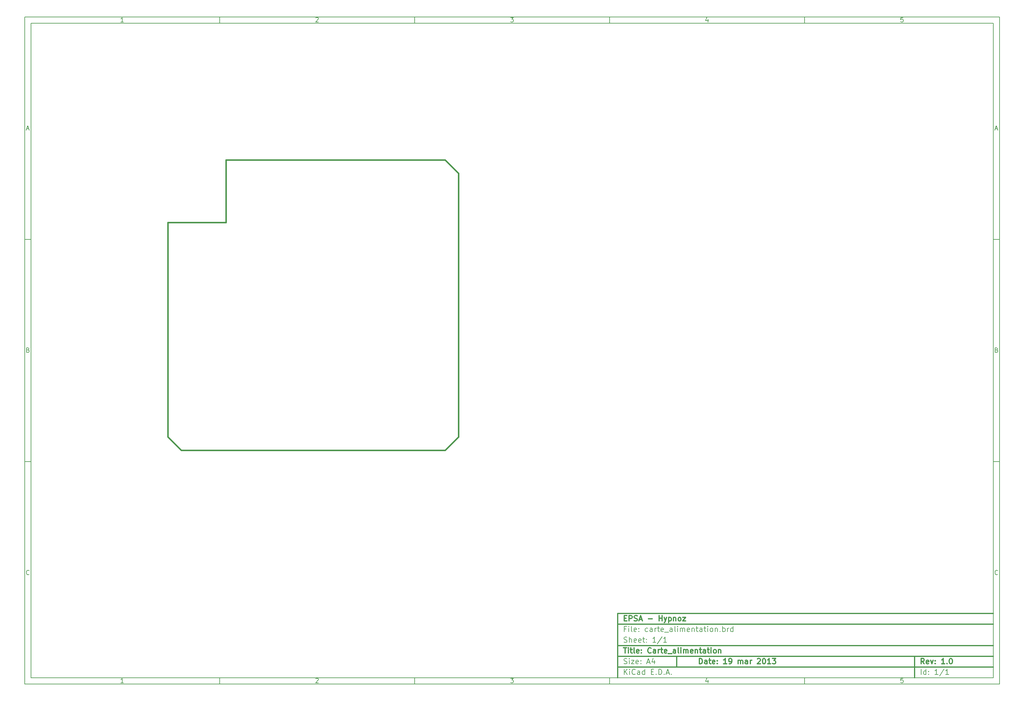
<source format=gbr>
G04 (created by PCBNEW-RS274X (2012-01-19 BZR 3256)-stable) date 19/03/2013 14:49:39*
G01*
G70*
G90*
%MOIN*%
G04 Gerber Fmt 3.4, Leading zero omitted, Abs format*
%FSLAX34Y34*%
G04 APERTURE LIST*
%ADD10C,0.006000*%
%ADD11C,0.012000*%
%ADD12C,0.015000*%
G04 APERTURE END LIST*
G54D10*
X04000Y-04000D02*
X113000Y-04000D01*
X113000Y-78670D01*
X04000Y-78670D01*
X04000Y-04000D01*
X04700Y-04700D02*
X112300Y-04700D01*
X112300Y-77970D01*
X04700Y-77970D01*
X04700Y-04700D01*
X25800Y-04000D02*
X25800Y-04700D01*
X15043Y-04552D02*
X14757Y-04552D01*
X14900Y-04552D02*
X14900Y-04052D01*
X14852Y-04124D01*
X14805Y-04171D01*
X14757Y-04195D01*
X25800Y-78670D02*
X25800Y-77970D01*
X15043Y-78522D02*
X14757Y-78522D01*
X14900Y-78522D02*
X14900Y-78022D01*
X14852Y-78094D01*
X14805Y-78141D01*
X14757Y-78165D01*
X47600Y-04000D02*
X47600Y-04700D01*
X36557Y-04100D02*
X36581Y-04076D01*
X36629Y-04052D01*
X36748Y-04052D01*
X36795Y-04076D01*
X36819Y-04100D01*
X36843Y-04148D01*
X36843Y-04195D01*
X36819Y-04267D01*
X36533Y-04552D01*
X36843Y-04552D01*
X47600Y-78670D02*
X47600Y-77970D01*
X36557Y-78070D02*
X36581Y-78046D01*
X36629Y-78022D01*
X36748Y-78022D01*
X36795Y-78046D01*
X36819Y-78070D01*
X36843Y-78118D01*
X36843Y-78165D01*
X36819Y-78237D01*
X36533Y-78522D01*
X36843Y-78522D01*
X69400Y-04000D02*
X69400Y-04700D01*
X58333Y-04052D02*
X58643Y-04052D01*
X58476Y-04243D01*
X58548Y-04243D01*
X58595Y-04267D01*
X58619Y-04290D01*
X58643Y-04338D01*
X58643Y-04457D01*
X58619Y-04505D01*
X58595Y-04529D01*
X58548Y-04552D01*
X58405Y-04552D01*
X58357Y-04529D01*
X58333Y-04505D01*
X69400Y-78670D02*
X69400Y-77970D01*
X58333Y-78022D02*
X58643Y-78022D01*
X58476Y-78213D01*
X58548Y-78213D01*
X58595Y-78237D01*
X58619Y-78260D01*
X58643Y-78308D01*
X58643Y-78427D01*
X58619Y-78475D01*
X58595Y-78499D01*
X58548Y-78522D01*
X58405Y-78522D01*
X58357Y-78499D01*
X58333Y-78475D01*
X91200Y-04000D02*
X91200Y-04700D01*
X80395Y-04219D02*
X80395Y-04552D01*
X80276Y-04029D02*
X80157Y-04386D01*
X80467Y-04386D01*
X91200Y-78670D02*
X91200Y-77970D01*
X80395Y-78189D02*
X80395Y-78522D01*
X80276Y-77999D02*
X80157Y-78356D01*
X80467Y-78356D01*
X102219Y-04052D02*
X101981Y-04052D01*
X101957Y-04290D01*
X101981Y-04267D01*
X102029Y-04243D01*
X102148Y-04243D01*
X102195Y-04267D01*
X102219Y-04290D01*
X102243Y-04338D01*
X102243Y-04457D01*
X102219Y-04505D01*
X102195Y-04529D01*
X102148Y-04552D01*
X102029Y-04552D01*
X101981Y-04529D01*
X101957Y-04505D01*
X102219Y-78022D02*
X101981Y-78022D01*
X101957Y-78260D01*
X101981Y-78237D01*
X102029Y-78213D01*
X102148Y-78213D01*
X102195Y-78237D01*
X102219Y-78260D01*
X102243Y-78308D01*
X102243Y-78427D01*
X102219Y-78475D01*
X102195Y-78499D01*
X102148Y-78522D01*
X102029Y-78522D01*
X101981Y-78499D01*
X101957Y-78475D01*
X04000Y-28890D02*
X04700Y-28890D01*
X04231Y-16510D02*
X04469Y-16510D01*
X04184Y-16652D02*
X04350Y-16152D01*
X04517Y-16652D01*
X113000Y-28890D02*
X112300Y-28890D01*
X112531Y-16510D02*
X112769Y-16510D01*
X112484Y-16652D02*
X112650Y-16152D01*
X112817Y-16652D01*
X04000Y-53780D02*
X04700Y-53780D01*
X04386Y-41280D02*
X04457Y-41304D01*
X04481Y-41328D01*
X04505Y-41376D01*
X04505Y-41447D01*
X04481Y-41495D01*
X04457Y-41519D01*
X04410Y-41542D01*
X04219Y-41542D01*
X04219Y-41042D01*
X04386Y-41042D01*
X04433Y-41066D01*
X04457Y-41090D01*
X04481Y-41138D01*
X04481Y-41185D01*
X04457Y-41233D01*
X04433Y-41257D01*
X04386Y-41280D01*
X04219Y-41280D01*
X113000Y-53780D02*
X112300Y-53780D01*
X112686Y-41280D02*
X112757Y-41304D01*
X112781Y-41328D01*
X112805Y-41376D01*
X112805Y-41447D01*
X112781Y-41495D01*
X112757Y-41519D01*
X112710Y-41542D01*
X112519Y-41542D01*
X112519Y-41042D01*
X112686Y-41042D01*
X112733Y-41066D01*
X112757Y-41090D01*
X112781Y-41138D01*
X112781Y-41185D01*
X112757Y-41233D01*
X112733Y-41257D01*
X112686Y-41280D01*
X112519Y-41280D01*
X04505Y-66385D02*
X04481Y-66409D01*
X04410Y-66432D01*
X04362Y-66432D01*
X04290Y-66409D01*
X04243Y-66361D01*
X04219Y-66313D01*
X04195Y-66218D01*
X04195Y-66147D01*
X04219Y-66051D01*
X04243Y-66004D01*
X04290Y-65956D01*
X04362Y-65932D01*
X04410Y-65932D01*
X04481Y-65956D01*
X04505Y-65980D01*
X112805Y-66385D02*
X112781Y-66409D01*
X112710Y-66432D01*
X112662Y-66432D01*
X112590Y-66409D01*
X112543Y-66361D01*
X112519Y-66313D01*
X112495Y-66218D01*
X112495Y-66147D01*
X112519Y-66051D01*
X112543Y-66004D01*
X112590Y-65956D01*
X112662Y-65932D01*
X112710Y-65932D01*
X112781Y-65956D01*
X112805Y-65980D01*
G54D11*
X79443Y-76413D02*
X79443Y-75813D01*
X79586Y-75813D01*
X79671Y-75841D01*
X79729Y-75899D01*
X79757Y-75956D01*
X79786Y-76070D01*
X79786Y-76156D01*
X79757Y-76270D01*
X79729Y-76327D01*
X79671Y-76384D01*
X79586Y-76413D01*
X79443Y-76413D01*
X80300Y-76413D02*
X80300Y-76099D01*
X80271Y-76041D01*
X80214Y-76013D01*
X80100Y-76013D01*
X80043Y-76041D01*
X80300Y-76384D02*
X80243Y-76413D01*
X80100Y-76413D01*
X80043Y-76384D01*
X80014Y-76327D01*
X80014Y-76270D01*
X80043Y-76213D01*
X80100Y-76184D01*
X80243Y-76184D01*
X80300Y-76156D01*
X80500Y-76013D02*
X80729Y-76013D01*
X80586Y-75813D02*
X80586Y-76327D01*
X80614Y-76384D01*
X80672Y-76413D01*
X80729Y-76413D01*
X81157Y-76384D02*
X81100Y-76413D01*
X80986Y-76413D01*
X80929Y-76384D01*
X80900Y-76327D01*
X80900Y-76099D01*
X80929Y-76041D01*
X80986Y-76013D01*
X81100Y-76013D01*
X81157Y-76041D01*
X81186Y-76099D01*
X81186Y-76156D01*
X80900Y-76213D01*
X81443Y-76356D02*
X81471Y-76384D01*
X81443Y-76413D01*
X81414Y-76384D01*
X81443Y-76356D01*
X81443Y-76413D01*
X81443Y-76041D02*
X81471Y-76070D01*
X81443Y-76099D01*
X81414Y-76070D01*
X81443Y-76041D01*
X81443Y-76099D01*
X82500Y-76413D02*
X82157Y-76413D01*
X82329Y-76413D02*
X82329Y-75813D01*
X82272Y-75899D01*
X82214Y-75956D01*
X82157Y-75984D01*
X82785Y-76413D02*
X82900Y-76413D01*
X82957Y-76384D01*
X82985Y-76356D01*
X83043Y-76270D01*
X83071Y-76156D01*
X83071Y-75927D01*
X83043Y-75870D01*
X83014Y-75841D01*
X82957Y-75813D01*
X82843Y-75813D01*
X82785Y-75841D01*
X82757Y-75870D01*
X82728Y-75927D01*
X82728Y-76070D01*
X82757Y-76127D01*
X82785Y-76156D01*
X82843Y-76184D01*
X82957Y-76184D01*
X83014Y-76156D01*
X83043Y-76127D01*
X83071Y-76070D01*
X83785Y-76413D02*
X83785Y-76013D01*
X83785Y-76070D02*
X83813Y-76041D01*
X83871Y-76013D01*
X83956Y-76013D01*
X84013Y-76041D01*
X84042Y-76099D01*
X84042Y-76413D01*
X84042Y-76099D02*
X84071Y-76041D01*
X84128Y-76013D01*
X84213Y-76013D01*
X84271Y-76041D01*
X84299Y-76099D01*
X84299Y-76413D01*
X84842Y-76413D02*
X84842Y-76099D01*
X84813Y-76041D01*
X84756Y-76013D01*
X84642Y-76013D01*
X84585Y-76041D01*
X84842Y-76384D02*
X84785Y-76413D01*
X84642Y-76413D01*
X84585Y-76384D01*
X84556Y-76327D01*
X84556Y-76270D01*
X84585Y-76213D01*
X84642Y-76184D01*
X84785Y-76184D01*
X84842Y-76156D01*
X85128Y-76413D02*
X85128Y-76013D01*
X85128Y-76127D02*
X85156Y-76070D01*
X85185Y-76041D01*
X85242Y-76013D01*
X85299Y-76013D01*
X85927Y-75870D02*
X85956Y-75841D01*
X86013Y-75813D01*
X86156Y-75813D01*
X86213Y-75841D01*
X86242Y-75870D01*
X86270Y-75927D01*
X86270Y-75984D01*
X86242Y-76070D01*
X85899Y-76413D01*
X86270Y-76413D01*
X86641Y-75813D02*
X86698Y-75813D01*
X86755Y-75841D01*
X86784Y-75870D01*
X86813Y-75927D01*
X86841Y-76041D01*
X86841Y-76184D01*
X86813Y-76299D01*
X86784Y-76356D01*
X86755Y-76384D01*
X86698Y-76413D01*
X86641Y-76413D01*
X86584Y-76384D01*
X86555Y-76356D01*
X86527Y-76299D01*
X86498Y-76184D01*
X86498Y-76041D01*
X86527Y-75927D01*
X86555Y-75870D01*
X86584Y-75841D01*
X86641Y-75813D01*
X87412Y-76413D02*
X87069Y-76413D01*
X87241Y-76413D02*
X87241Y-75813D01*
X87184Y-75899D01*
X87126Y-75956D01*
X87069Y-75984D01*
X87612Y-75813D02*
X87983Y-75813D01*
X87783Y-76041D01*
X87869Y-76041D01*
X87926Y-76070D01*
X87955Y-76099D01*
X87983Y-76156D01*
X87983Y-76299D01*
X87955Y-76356D01*
X87926Y-76384D01*
X87869Y-76413D01*
X87697Y-76413D01*
X87640Y-76384D01*
X87612Y-76356D01*
G54D10*
X71043Y-77613D02*
X71043Y-77013D01*
X71386Y-77613D02*
X71129Y-77270D01*
X71386Y-77013D02*
X71043Y-77356D01*
X71643Y-77613D02*
X71643Y-77213D01*
X71643Y-77013D02*
X71614Y-77041D01*
X71643Y-77070D01*
X71671Y-77041D01*
X71643Y-77013D01*
X71643Y-77070D01*
X72272Y-77556D02*
X72243Y-77584D01*
X72157Y-77613D01*
X72100Y-77613D01*
X72015Y-77584D01*
X71957Y-77527D01*
X71929Y-77470D01*
X71900Y-77356D01*
X71900Y-77270D01*
X71929Y-77156D01*
X71957Y-77099D01*
X72015Y-77041D01*
X72100Y-77013D01*
X72157Y-77013D01*
X72243Y-77041D01*
X72272Y-77070D01*
X72786Y-77613D02*
X72786Y-77299D01*
X72757Y-77241D01*
X72700Y-77213D01*
X72586Y-77213D01*
X72529Y-77241D01*
X72786Y-77584D02*
X72729Y-77613D01*
X72586Y-77613D01*
X72529Y-77584D01*
X72500Y-77527D01*
X72500Y-77470D01*
X72529Y-77413D01*
X72586Y-77384D01*
X72729Y-77384D01*
X72786Y-77356D01*
X73329Y-77613D02*
X73329Y-77013D01*
X73329Y-77584D02*
X73272Y-77613D01*
X73158Y-77613D01*
X73100Y-77584D01*
X73072Y-77556D01*
X73043Y-77499D01*
X73043Y-77327D01*
X73072Y-77270D01*
X73100Y-77241D01*
X73158Y-77213D01*
X73272Y-77213D01*
X73329Y-77241D01*
X74072Y-77299D02*
X74272Y-77299D01*
X74358Y-77613D02*
X74072Y-77613D01*
X74072Y-77013D01*
X74358Y-77013D01*
X74615Y-77556D02*
X74643Y-77584D01*
X74615Y-77613D01*
X74586Y-77584D01*
X74615Y-77556D01*
X74615Y-77613D01*
X74901Y-77613D02*
X74901Y-77013D01*
X75044Y-77013D01*
X75129Y-77041D01*
X75187Y-77099D01*
X75215Y-77156D01*
X75244Y-77270D01*
X75244Y-77356D01*
X75215Y-77470D01*
X75187Y-77527D01*
X75129Y-77584D01*
X75044Y-77613D01*
X74901Y-77613D01*
X75501Y-77556D02*
X75529Y-77584D01*
X75501Y-77613D01*
X75472Y-77584D01*
X75501Y-77556D01*
X75501Y-77613D01*
X75758Y-77441D02*
X76044Y-77441D01*
X75701Y-77613D02*
X75901Y-77013D01*
X76101Y-77613D01*
X76301Y-77556D02*
X76329Y-77584D01*
X76301Y-77613D01*
X76272Y-77584D01*
X76301Y-77556D01*
X76301Y-77613D01*
G54D11*
X104586Y-76413D02*
X104386Y-76127D01*
X104243Y-76413D02*
X104243Y-75813D01*
X104471Y-75813D01*
X104529Y-75841D01*
X104557Y-75870D01*
X104586Y-75927D01*
X104586Y-76013D01*
X104557Y-76070D01*
X104529Y-76099D01*
X104471Y-76127D01*
X104243Y-76127D01*
X105071Y-76384D02*
X105014Y-76413D01*
X104900Y-76413D01*
X104843Y-76384D01*
X104814Y-76327D01*
X104814Y-76099D01*
X104843Y-76041D01*
X104900Y-76013D01*
X105014Y-76013D01*
X105071Y-76041D01*
X105100Y-76099D01*
X105100Y-76156D01*
X104814Y-76213D01*
X105300Y-76013D02*
X105443Y-76413D01*
X105585Y-76013D01*
X105814Y-76356D02*
X105842Y-76384D01*
X105814Y-76413D01*
X105785Y-76384D01*
X105814Y-76356D01*
X105814Y-76413D01*
X105814Y-76041D02*
X105842Y-76070D01*
X105814Y-76099D01*
X105785Y-76070D01*
X105814Y-76041D01*
X105814Y-76099D01*
X106871Y-76413D02*
X106528Y-76413D01*
X106700Y-76413D02*
X106700Y-75813D01*
X106643Y-75899D01*
X106585Y-75956D01*
X106528Y-75984D01*
X107128Y-76356D02*
X107156Y-76384D01*
X107128Y-76413D01*
X107099Y-76384D01*
X107128Y-76356D01*
X107128Y-76413D01*
X107528Y-75813D02*
X107585Y-75813D01*
X107642Y-75841D01*
X107671Y-75870D01*
X107700Y-75927D01*
X107728Y-76041D01*
X107728Y-76184D01*
X107700Y-76299D01*
X107671Y-76356D01*
X107642Y-76384D01*
X107585Y-76413D01*
X107528Y-76413D01*
X107471Y-76384D01*
X107442Y-76356D01*
X107414Y-76299D01*
X107385Y-76184D01*
X107385Y-76041D01*
X107414Y-75927D01*
X107442Y-75870D01*
X107471Y-75841D01*
X107528Y-75813D01*
G54D10*
X71014Y-76384D02*
X71100Y-76413D01*
X71243Y-76413D01*
X71300Y-76384D01*
X71329Y-76356D01*
X71357Y-76299D01*
X71357Y-76241D01*
X71329Y-76184D01*
X71300Y-76156D01*
X71243Y-76127D01*
X71129Y-76099D01*
X71071Y-76070D01*
X71043Y-76041D01*
X71014Y-75984D01*
X71014Y-75927D01*
X71043Y-75870D01*
X71071Y-75841D01*
X71129Y-75813D01*
X71271Y-75813D01*
X71357Y-75841D01*
X71614Y-76413D02*
X71614Y-76013D01*
X71614Y-75813D02*
X71585Y-75841D01*
X71614Y-75870D01*
X71642Y-75841D01*
X71614Y-75813D01*
X71614Y-75870D01*
X71843Y-76013D02*
X72157Y-76013D01*
X71843Y-76413D01*
X72157Y-76413D01*
X72614Y-76384D02*
X72557Y-76413D01*
X72443Y-76413D01*
X72386Y-76384D01*
X72357Y-76327D01*
X72357Y-76099D01*
X72386Y-76041D01*
X72443Y-76013D01*
X72557Y-76013D01*
X72614Y-76041D01*
X72643Y-76099D01*
X72643Y-76156D01*
X72357Y-76213D01*
X72900Y-76356D02*
X72928Y-76384D01*
X72900Y-76413D01*
X72871Y-76384D01*
X72900Y-76356D01*
X72900Y-76413D01*
X72900Y-76041D02*
X72928Y-76070D01*
X72900Y-76099D01*
X72871Y-76070D01*
X72900Y-76041D01*
X72900Y-76099D01*
X73614Y-76241D02*
X73900Y-76241D01*
X73557Y-76413D02*
X73757Y-75813D01*
X73957Y-76413D01*
X74414Y-76013D02*
X74414Y-76413D01*
X74271Y-75784D02*
X74128Y-76213D01*
X74500Y-76213D01*
X104243Y-77613D02*
X104243Y-77013D01*
X104786Y-77613D02*
X104786Y-77013D01*
X104786Y-77584D02*
X104729Y-77613D01*
X104615Y-77613D01*
X104557Y-77584D01*
X104529Y-77556D01*
X104500Y-77499D01*
X104500Y-77327D01*
X104529Y-77270D01*
X104557Y-77241D01*
X104615Y-77213D01*
X104729Y-77213D01*
X104786Y-77241D01*
X105072Y-77556D02*
X105100Y-77584D01*
X105072Y-77613D01*
X105043Y-77584D01*
X105072Y-77556D01*
X105072Y-77613D01*
X105072Y-77241D02*
X105100Y-77270D01*
X105072Y-77299D01*
X105043Y-77270D01*
X105072Y-77241D01*
X105072Y-77299D01*
X106129Y-77613D02*
X105786Y-77613D01*
X105958Y-77613D02*
X105958Y-77013D01*
X105901Y-77099D01*
X105843Y-77156D01*
X105786Y-77184D01*
X106814Y-76984D02*
X106300Y-77756D01*
X107329Y-77613D02*
X106986Y-77613D01*
X107158Y-77613D02*
X107158Y-77013D01*
X107101Y-77099D01*
X107043Y-77156D01*
X106986Y-77184D01*
G54D11*
X70957Y-74613D02*
X71300Y-74613D01*
X71129Y-75213D02*
X71129Y-74613D01*
X71500Y-75213D02*
X71500Y-74813D01*
X71500Y-74613D02*
X71471Y-74641D01*
X71500Y-74670D01*
X71528Y-74641D01*
X71500Y-74613D01*
X71500Y-74670D01*
X71700Y-74813D02*
X71929Y-74813D01*
X71786Y-74613D02*
X71786Y-75127D01*
X71814Y-75184D01*
X71872Y-75213D01*
X71929Y-75213D01*
X72215Y-75213D02*
X72157Y-75184D01*
X72129Y-75127D01*
X72129Y-74613D01*
X72671Y-75184D02*
X72614Y-75213D01*
X72500Y-75213D01*
X72443Y-75184D01*
X72414Y-75127D01*
X72414Y-74899D01*
X72443Y-74841D01*
X72500Y-74813D01*
X72614Y-74813D01*
X72671Y-74841D01*
X72700Y-74899D01*
X72700Y-74956D01*
X72414Y-75013D01*
X72957Y-75156D02*
X72985Y-75184D01*
X72957Y-75213D01*
X72928Y-75184D01*
X72957Y-75156D01*
X72957Y-75213D01*
X72957Y-74841D02*
X72985Y-74870D01*
X72957Y-74899D01*
X72928Y-74870D01*
X72957Y-74841D01*
X72957Y-74899D01*
X74043Y-75156D02*
X74014Y-75184D01*
X73928Y-75213D01*
X73871Y-75213D01*
X73786Y-75184D01*
X73728Y-75127D01*
X73700Y-75070D01*
X73671Y-74956D01*
X73671Y-74870D01*
X73700Y-74756D01*
X73728Y-74699D01*
X73786Y-74641D01*
X73871Y-74613D01*
X73928Y-74613D01*
X74014Y-74641D01*
X74043Y-74670D01*
X74557Y-75213D02*
X74557Y-74899D01*
X74528Y-74841D01*
X74471Y-74813D01*
X74357Y-74813D01*
X74300Y-74841D01*
X74557Y-75184D02*
X74500Y-75213D01*
X74357Y-75213D01*
X74300Y-75184D01*
X74271Y-75127D01*
X74271Y-75070D01*
X74300Y-75013D01*
X74357Y-74984D01*
X74500Y-74984D01*
X74557Y-74956D01*
X74843Y-75213D02*
X74843Y-74813D01*
X74843Y-74927D02*
X74871Y-74870D01*
X74900Y-74841D01*
X74957Y-74813D01*
X75014Y-74813D01*
X75128Y-74813D02*
X75357Y-74813D01*
X75214Y-74613D02*
X75214Y-75127D01*
X75242Y-75184D01*
X75300Y-75213D01*
X75357Y-75213D01*
X75785Y-75184D02*
X75728Y-75213D01*
X75614Y-75213D01*
X75557Y-75184D01*
X75528Y-75127D01*
X75528Y-74899D01*
X75557Y-74841D01*
X75614Y-74813D01*
X75728Y-74813D01*
X75785Y-74841D01*
X75814Y-74899D01*
X75814Y-74956D01*
X75528Y-75013D01*
X75928Y-75270D02*
X76385Y-75270D01*
X76785Y-75213D02*
X76785Y-74899D01*
X76756Y-74841D01*
X76699Y-74813D01*
X76585Y-74813D01*
X76528Y-74841D01*
X76785Y-75184D02*
X76728Y-75213D01*
X76585Y-75213D01*
X76528Y-75184D01*
X76499Y-75127D01*
X76499Y-75070D01*
X76528Y-75013D01*
X76585Y-74984D01*
X76728Y-74984D01*
X76785Y-74956D01*
X77157Y-75213D02*
X77099Y-75184D01*
X77071Y-75127D01*
X77071Y-74613D01*
X77385Y-75213D02*
X77385Y-74813D01*
X77385Y-74613D02*
X77356Y-74641D01*
X77385Y-74670D01*
X77413Y-74641D01*
X77385Y-74613D01*
X77385Y-74670D01*
X77671Y-75213D02*
X77671Y-74813D01*
X77671Y-74870D02*
X77699Y-74841D01*
X77757Y-74813D01*
X77842Y-74813D01*
X77899Y-74841D01*
X77928Y-74899D01*
X77928Y-75213D01*
X77928Y-74899D02*
X77957Y-74841D01*
X78014Y-74813D01*
X78099Y-74813D01*
X78157Y-74841D01*
X78185Y-74899D01*
X78185Y-75213D01*
X78699Y-75184D02*
X78642Y-75213D01*
X78528Y-75213D01*
X78471Y-75184D01*
X78442Y-75127D01*
X78442Y-74899D01*
X78471Y-74841D01*
X78528Y-74813D01*
X78642Y-74813D01*
X78699Y-74841D01*
X78728Y-74899D01*
X78728Y-74956D01*
X78442Y-75013D01*
X78985Y-74813D02*
X78985Y-75213D01*
X78985Y-74870D02*
X79013Y-74841D01*
X79071Y-74813D01*
X79156Y-74813D01*
X79213Y-74841D01*
X79242Y-74899D01*
X79242Y-75213D01*
X79442Y-74813D02*
X79671Y-74813D01*
X79528Y-74613D02*
X79528Y-75127D01*
X79556Y-75184D01*
X79614Y-75213D01*
X79671Y-75213D01*
X80128Y-75213D02*
X80128Y-74899D01*
X80099Y-74841D01*
X80042Y-74813D01*
X79928Y-74813D01*
X79871Y-74841D01*
X80128Y-75184D02*
X80071Y-75213D01*
X79928Y-75213D01*
X79871Y-75184D01*
X79842Y-75127D01*
X79842Y-75070D01*
X79871Y-75013D01*
X79928Y-74984D01*
X80071Y-74984D01*
X80128Y-74956D01*
X80328Y-74813D02*
X80557Y-74813D01*
X80414Y-74613D02*
X80414Y-75127D01*
X80442Y-75184D01*
X80500Y-75213D01*
X80557Y-75213D01*
X80757Y-75213D02*
X80757Y-74813D01*
X80757Y-74613D02*
X80728Y-74641D01*
X80757Y-74670D01*
X80785Y-74641D01*
X80757Y-74613D01*
X80757Y-74670D01*
X81129Y-75213D02*
X81071Y-75184D01*
X81043Y-75156D01*
X81014Y-75099D01*
X81014Y-74927D01*
X81043Y-74870D01*
X81071Y-74841D01*
X81129Y-74813D01*
X81214Y-74813D01*
X81271Y-74841D01*
X81300Y-74870D01*
X81329Y-74927D01*
X81329Y-75099D01*
X81300Y-75156D01*
X81271Y-75184D01*
X81214Y-75213D01*
X81129Y-75213D01*
X81586Y-74813D02*
X81586Y-75213D01*
X81586Y-74870D02*
X81614Y-74841D01*
X81672Y-74813D01*
X81757Y-74813D01*
X81814Y-74841D01*
X81843Y-74899D01*
X81843Y-75213D01*
G54D10*
X71243Y-72499D02*
X71043Y-72499D01*
X71043Y-72813D02*
X71043Y-72213D01*
X71329Y-72213D01*
X71557Y-72813D02*
X71557Y-72413D01*
X71557Y-72213D02*
X71528Y-72241D01*
X71557Y-72270D01*
X71585Y-72241D01*
X71557Y-72213D01*
X71557Y-72270D01*
X71929Y-72813D02*
X71871Y-72784D01*
X71843Y-72727D01*
X71843Y-72213D01*
X72385Y-72784D02*
X72328Y-72813D01*
X72214Y-72813D01*
X72157Y-72784D01*
X72128Y-72727D01*
X72128Y-72499D01*
X72157Y-72441D01*
X72214Y-72413D01*
X72328Y-72413D01*
X72385Y-72441D01*
X72414Y-72499D01*
X72414Y-72556D01*
X72128Y-72613D01*
X72671Y-72756D02*
X72699Y-72784D01*
X72671Y-72813D01*
X72642Y-72784D01*
X72671Y-72756D01*
X72671Y-72813D01*
X72671Y-72441D02*
X72699Y-72470D01*
X72671Y-72499D01*
X72642Y-72470D01*
X72671Y-72441D01*
X72671Y-72499D01*
X73671Y-72784D02*
X73614Y-72813D01*
X73500Y-72813D01*
X73442Y-72784D01*
X73414Y-72756D01*
X73385Y-72699D01*
X73385Y-72527D01*
X73414Y-72470D01*
X73442Y-72441D01*
X73500Y-72413D01*
X73614Y-72413D01*
X73671Y-72441D01*
X74185Y-72813D02*
X74185Y-72499D01*
X74156Y-72441D01*
X74099Y-72413D01*
X73985Y-72413D01*
X73928Y-72441D01*
X74185Y-72784D02*
X74128Y-72813D01*
X73985Y-72813D01*
X73928Y-72784D01*
X73899Y-72727D01*
X73899Y-72670D01*
X73928Y-72613D01*
X73985Y-72584D01*
X74128Y-72584D01*
X74185Y-72556D01*
X74471Y-72813D02*
X74471Y-72413D01*
X74471Y-72527D02*
X74499Y-72470D01*
X74528Y-72441D01*
X74585Y-72413D01*
X74642Y-72413D01*
X74756Y-72413D02*
X74985Y-72413D01*
X74842Y-72213D02*
X74842Y-72727D01*
X74870Y-72784D01*
X74928Y-72813D01*
X74985Y-72813D01*
X75413Y-72784D02*
X75356Y-72813D01*
X75242Y-72813D01*
X75185Y-72784D01*
X75156Y-72727D01*
X75156Y-72499D01*
X75185Y-72441D01*
X75242Y-72413D01*
X75356Y-72413D01*
X75413Y-72441D01*
X75442Y-72499D01*
X75442Y-72556D01*
X75156Y-72613D01*
X75556Y-72870D02*
X76013Y-72870D01*
X76413Y-72813D02*
X76413Y-72499D01*
X76384Y-72441D01*
X76327Y-72413D01*
X76213Y-72413D01*
X76156Y-72441D01*
X76413Y-72784D02*
X76356Y-72813D01*
X76213Y-72813D01*
X76156Y-72784D01*
X76127Y-72727D01*
X76127Y-72670D01*
X76156Y-72613D01*
X76213Y-72584D01*
X76356Y-72584D01*
X76413Y-72556D01*
X76785Y-72813D02*
X76727Y-72784D01*
X76699Y-72727D01*
X76699Y-72213D01*
X77013Y-72813D02*
X77013Y-72413D01*
X77013Y-72213D02*
X76984Y-72241D01*
X77013Y-72270D01*
X77041Y-72241D01*
X77013Y-72213D01*
X77013Y-72270D01*
X77299Y-72813D02*
X77299Y-72413D01*
X77299Y-72470D02*
X77327Y-72441D01*
X77385Y-72413D01*
X77470Y-72413D01*
X77527Y-72441D01*
X77556Y-72499D01*
X77556Y-72813D01*
X77556Y-72499D02*
X77585Y-72441D01*
X77642Y-72413D01*
X77727Y-72413D01*
X77785Y-72441D01*
X77813Y-72499D01*
X77813Y-72813D01*
X78327Y-72784D02*
X78270Y-72813D01*
X78156Y-72813D01*
X78099Y-72784D01*
X78070Y-72727D01*
X78070Y-72499D01*
X78099Y-72441D01*
X78156Y-72413D01*
X78270Y-72413D01*
X78327Y-72441D01*
X78356Y-72499D01*
X78356Y-72556D01*
X78070Y-72613D01*
X78613Y-72413D02*
X78613Y-72813D01*
X78613Y-72470D02*
X78641Y-72441D01*
X78699Y-72413D01*
X78784Y-72413D01*
X78841Y-72441D01*
X78870Y-72499D01*
X78870Y-72813D01*
X79070Y-72413D02*
X79299Y-72413D01*
X79156Y-72213D02*
X79156Y-72727D01*
X79184Y-72784D01*
X79242Y-72813D01*
X79299Y-72813D01*
X79756Y-72813D02*
X79756Y-72499D01*
X79727Y-72441D01*
X79670Y-72413D01*
X79556Y-72413D01*
X79499Y-72441D01*
X79756Y-72784D02*
X79699Y-72813D01*
X79556Y-72813D01*
X79499Y-72784D01*
X79470Y-72727D01*
X79470Y-72670D01*
X79499Y-72613D01*
X79556Y-72584D01*
X79699Y-72584D01*
X79756Y-72556D01*
X79956Y-72413D02*
X80185Y-72413D01*
X80042Y-72213D02*
X80042Y-72727D01*
X80070Y-72784D01*
X80128Y-72813D01*
X80185Y-72813D01*
X80385Y-72813D02*
X80385Y-72413D01*
X80385Y-72213D02*
X80356Y-72241D01*
X80385Y-72270D01*
X80413Y-72241D01*
X80385Y-72213D01*
X80385Y-72270D01*
X80757Y-72813D02*
X80699Y-72784D01*
X80671Y-72756D01*
X80642Y-72699D01*
X80642Y-72527D01*
X80671Y-72470D01*
X80699Y-72441D01*
X80757Y-72413D01*
X80842Y-72413D01*
X80899Y-72441D01*
X80928Y-72470D01*
X80957Y-72527D01*
X80957Y-72699D01*
X80928Y-72756D01*
X80899Y-72784D01*
X80842Y-72813D01*
X80757Y-72813D01*
X81214Y-72413D02*
X81214Y-72813D01*
X81214Y-72470D02*
X81242Y-72441D01*
X81300Y-72413D01*
X81385Y-72413D01*
X81442Y-72441D01*
X81471Y-72499D01*
X81471Y-72813D01*
X81757Y-72756D02*
X81785Y-72784D01*
X81757Y-72813D01*
X81728Y-72784D01*
X81757Y-72756D01*
X81757Y-72813D01*
X82043Y-72813D02*
X82043Y-72213D01*
X82043Y-72441D02*
X82100Y-72413D01*
X82214Y-72413D01*
X82271Y-72441D01*
X82300Y-72470D01*
X82329Y-72527D01*
X82329Y-72699D01*
X82300Y-72756D01*
X82271Y-72784D01*
X82214Y-72813D01*
X82100Y-72813D01*
X82043Y-72784D01*
X82586Y-72813D02*
X82586Y-72413D01*
X82586Y-72527D02*
X82614Y-72470D01*
X82643Y-72441D01*
X82700Y-72413D01*
X82757Y-72413D01*
X83214Y-72813D02*
X83214Y-72213D01*
X83214Y-72784D02*
X83157Y-72813D01*
X83043Y-72813D01*
X82985Y-72784D01*
X82957Y-72756D01*
X82928Y-72699D01*
X82928Y-72527D01*
X82957Y-72470D01*
X82985Y-72441D01*
X83043Y-72413D01*
X83157Y-72413D01*
X83214Y-72441D01*
X71014Y-73984D02*
X71100Y-74013D01*
X71243Y-74013D01*
X71300Y-73984D01*
X71329Y-73956D01*
X71357Y-73899D01*
X71357Y-73841D01*
X71329Y-73784D01*
X71300Y-73756D01*
X71243Y-73727D01*
X71129Y-73699D01*
X71071Y-73670D01*
X71043Y-73641D01*
X71014Y-73584D01*
X71014Y-73527D01*
X71043Y-73470D01*
X71071Y-73441D01*
X71129Y-73413D01*
X71271Y-73413D01*
X71357Y-73441D01*
X71614Y-74013D02*
X71614Y-73413D01*
X71871Y-74013D02*
X71871Y-73699D01*
X71842Y-73641D01*
X71785Y-73613D01*
X71700Y-73613D01*
X71642Y-73641D01*
X71614Y-73670D01*
X72385Y-73984D02*
X72328Y-74013D01*
X72214Y-74013D01*
X72157Y-73984D01*
X72128Y-73927D01*
X72128Y-73699D01*
X72157Y-73641D01*
X72214Y-73613D01*
X72328Y-73613D01*
X72385Y-73641D01*
X72414Y-73699D01*
X72414Y-73756D01*
X72128Y-73813D01*
X72899Y-73984D02*
X72842Y-74013D01*
X72728Y-74013D01*
X72671Y-73984D01*
X72642Y-73927D01*
X72642Y-73699D01*
X72671Y-73641D01*
X72728Y-73613D01*
X72842Y-73613D01*
X72899Y-73641D01*
X72928Y-73699D01*
X72928Y-73756D01*
X72642Y-73813D01*
X73099Y-73613D02*
X73328Y-73613D01*
X73185Y-73413D02*
X73185Y-73927D01*
X73213Y-73984D01*
X73271Y-74013D01*
X73328Y-74013D01*
X73528Y-73956D02*
X73556Y-73984D01*
X73528Y-74013D01*
X73499Y-73984D01*
X73528Y-73956D01*
X73528Y-74013D01*
X73528Y-73641D02*
X73556Y-73670D01*
X73528Y-73699D01*
X73499Y-73670D01*
X73528Y-73641D01*
X73528Y-73699D01*
X74585Y-74013D02*
X74242Y-74013D01*
X74414Y-74013D02*
X74414Y-73413D01*
X74357Y-73499D01*
X74299Y-73556D01*
X74242Y-73584D01*
X75270Y-73384D02*
X74756Y-74156D01*
X75785Y-74013D02*
X75442Y-74013D01*
X75614Y-74013D02*
X75614Y-73413D01*
X75557Y-73499D01*
X75499Y-73556D01*
X75442Y-73584D01*
G54D11*
X71043Y-71299D02*
X71243Y-71299D01*
X71329Y-71613D02*
X71043Y-71613D01*
X71043Y-71013D01*
X71329Y-71013D01*
X71586Y-71613D02*
X71586Y-71013D01*
X71814Y-71013D01*
X71872Y-71041D01*
X71900Y-71070D01*
X71929Y-71127D01*
X71929Y-71213D01*
X71900Y-71270D01*
X71872Y-71299D01*
X71814Y-71327D01*
X71586Y-71327D01*
X72157Y-71584D02*
X72243Y-71613D01*
X72386Y-71613D01*
X72443Y-71584D01*
X72472Y-71556D01*
X72500Y-71499D01*
X72500Y-71441D01*
X72472Y-71384D01*
X72443Y-71356D01*
X72386Y-71327D01*
X72272Y-71299D01*
X72214Y-71270D01*
X72186Y-71241D01*
X72157Y-71184D01*
X72157Y-71127D01*
X72186Y-71070D01*
X72214Y-71041D01*
X72272Y-71013D01*
X72414Y-71013D01*
X72500Y-71041D01*
X72728Y-71441D02*
X73014Y-71441D01*
X72671Y-71613D02*
X72871Y-71013D01*
X73071Y-71613D01*
X73728Y-71384D02*
X74185Y-71384D01*
X74928Y-71613D02*
X74928Y-71013D01*
X74928Y-71299D02*
X75271Y-71299D01*
X75271Y-71613D02*
X75271Y-71013D01*
X75500Y-71213D02*
X75643Y-71613D01*
X75785Y-71213D02*
X75643Y-71613D01*
X75585Y-71756D01*
X75557Y-71784D01*
X75500Y-71813D01*
X76014Y-71213D02*
X76014Y-71813D01*
X76014Y-71241D02*
X76071Y-71213D01*
X76185Y-71213D01*
X76242Y-71241D01*
X76271Y-71270D01*
X76300Y-71327D01*
X76300Y-71499D01*
X76271Y-71556D01*
X76242Y-71584D01*
X76185Y-71613D01*
X76071Y-71613D01*
X76014Y-71584D01*
X76557Y-71213D02*
X76557Y-71613D01*
X76557Y-71270D02*
X76585Y-71241D01*
X76643Y-71213D01*
X76728Y-71213D01*
X76785Y-71241D01*
X76814Y-71299D01*
X76814Y-71613D01*
X77186Y-71613D02*
X77128Y-71584D01*
X77100Y-71556D01*
X77071Y-71499D01*
X77071Y-71327D01*
X77100Y-71270D01*
X77128Y-71241D01*
X77186Y-71213D01*
X77271Y-71213D01*
X77328Y-71241D01*
X77357Y-71270D01*
X77386Y-71327D01*
X77386Y-71499D01*
X77357Y-71556D01*
X77328Y-71584D01*
X77271Y-71613D01*
X77186Y-71613D01*
X77586Y-71213D02*
X77900Y-71213D01*
X77586Y-71613D01*
X77900Y-71613D01*
X70300Y-70770D02*
X70300Y-77970D01*
X70300Y-71970D02*
X112300Y-71970D01*
X70300Y-70770D02*
X112300Y-70770D01*
X70300Y-74370D02*
X112300Y-74370D01*
X103500Y-75570D02*
X103500Y-77970D01*
X70300Y-76770D02*
X112300Y-76770D01*
X70300Y-75570D02*
X112300Y-75570D01*
X76900Y-75570D02*
X76900Y-76770D01*
G54D12*
X26500Y-20000D02*
X51000Y-20000D01*
X20000Y-27000D02*
X20000Y-51000D01*
X20250Y-27000D02*
X20000Y-27000D01*
X26500Y-27000D02*
X20250Y-27000D01*
X26500Y-20000D02*
X26500Y-27000D01*
X52500Y-21500D02*
X52500Y-51000D01*
X51000Y-20000D02*
X52500Y-21500D01*
X21500Y-52500D02*
X20000Y-51000D01*
X51000Y-52500D02*
X21500Y-52500D01*
X52500Y-51000D02*
X51000Y-52500D01*
M02*

</source>
